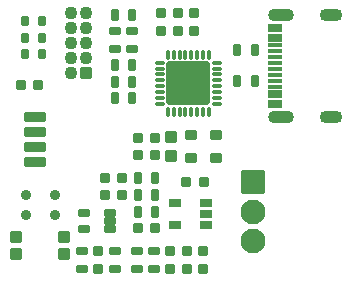
<source format=gts>
G04*
G04 #@! TF.GenerationSoftware,Altium Limited,Altium Designer,21.6.4 (81)*
G04*
G04 Layer_Color=8388736*
%FSLAX44Y44*%
%MOMM*%
G71*
G04*
G04 #@! TF.SameCoordinates,1A298312-32F8-40E2-ABFB-EEC58CCF35F7*
G04*
G04*
G04 #@! TF.FilePolarity,Negative*
G04*
G01*
G75*
G04:AMPARAMS|DCode=29|XSize=0.9mm|YSize=1.9mm|CornerRadius=0.15mm|HoleSize=0mm|Usage=FLASHONLY|Rotation=90.000|XOffset=0mm|YOffset=0mm|HoleType=Round|Shape=RoundedRectangle|*
%AMROUNDEDRECTD29*
21,1,0.9000,1.6000,0,0,90.0*
21,1,0.6000,1.9000,0,0,90.0*
1,1,0.3000,0.8000,0.3000*
1,1,0.3000,0.8000,-0.3000*
1,1,0.3000,-0.8000,-0.3000*
1,1,0.3000,-0.8000,0.3000*
%
%ADD29ROUNDEDRECTD29*%
G04:AMPARAMS|DCode=30|XSize=0.7mm|YSize=1mm|CornerRadius=0.125mm|HoleSize=0mm|Usage=FLASHONLY|Rotation=90.000|XOffset=0mm|YOffset=0mm|HoleType=Round|Shape=RoundedRectangle|*
%AMROUNDEDRECTD30*
21,1,0.7000,0.7500,0,0,90.0*
21,1,0.4500,1.0000,0,0,90.0*
1,1,0.2500,0.3750,0.2250*
1,1,0.2500,0.3750,-0.2250*
1,1,0.2500,-0.3750,-0.2250*
1,1,0.2500,-0.3750,0.2250*
%
%ADD30ROUNDEDRECTD30*%
G04:AMPARAMS|DCode=31|XSize=0.9mm|YSize=0.9mm|CornerRadius=0.15mm|HoleSize=0mm|Usage=FLASHONLY|Rotation=270.000|XOffset=0mm|YOffset=0mm|HoleType=Round|Shape=RoundedRectangle|*
%AMROUNDEDRECTD31*
21,1,0.9000,0.6000,0,0,270.0*
21,1,0.6000,0.9000,0,0,270.0*
1,1,0.3000,-0.3000,-0.3000*
1,1,0.3000,-0.3000,0.3000*
1,1,0.3000,0.3000,0.3000*
1,1,0.3000,0.3000,-0.3000*
%
%ADD31ROUNDEDRECTD31*%
G04:AMPARAMS|DCode=32|XSize=1.09mm|YSize=0.98mm|CornerRadius=0.16mm|HoleSize=0mm|Usage=FLASHONLY|Rotation=180.000|XOffset=0mm|YOffset=0mm|HoleType=Round|Shape=RoundedRectangle|*
%AMROUNDEDRECTD32*
21,1,1.0900,0.6600,0,0,180.0*
21,1,0.7700,0.9800,0,0,180.0*
1,1,0.3200,-0.3850,0.3300*
1,1,0.3200,0.3850,0.3300*
1,1,0.3200,0.3850,-0.3300*
1,1,0.3200,-0.3850,-0.3300*
%
%ADD32ROUNDEDRECTD32*%
G04:AMPARAMS|DCode=33|XSize=0.7mm|YSize=1mm|CornerRadius=0.125mm|HoleSize=0mm|Usage=FLASHONLY|Rotation=0.000|XOffset=0mm|YOffset=0mm|HoleType=Round|Shape=RoundedRectangle|*
%AMROUNDEDRECTD33*
21,1,0.7000,0.7500,0,0,0.0*
21,1,0.4500,1.0000,0,0,0.0*
1,1,0.2500,0.2250,-0.3750*
1,1,0.2500,-0.2250,-0.3750*
1,1,0.2500,-0.2250,0.3750*
1,1,0.2500,0.2250,0.3750*
%
%ADD33ROUNDEDRECTD33*%
G04:AMPARAMS|DCode=34|XSize=0.4mm|YSize=1.25mm|CornerRadius=0.0875mm|HoleSize=0mm|Usage=FLASHONLY|Rotation=90.000|XOffset=0mm|YOffset=0mm|HoleType=Round|Shape=RoundedRectangle|*
%AMROUNDEDRECTD34*
21,1,0.4000,1.0750,0,0,90.0*
21,1,0.2250,1.2500,0,0,90.0*
1,1,0.1750,0.5375,0.1125*
1,1,0.1750,0.5375,-0.1125*
1,1,0.1750,-0.5375,-0.1125*
1,1,0.1750,-0.5375,0.1125*
%
%ADD34ROUNDEDRECTD34*%
G04:AMPARAMS|DCode=35|XSize=0.7mm|YSize=1.25mm|CornerRadius=0.125mm|HoleSize=0mm|Usage=FLASHONLY|Rotation=270.000|XOffset=0mm|YOffset=0mm|HoleType=Round|Shape=RoundedRectangle|*
%AMROUNDEDRECTD35*
21,1,0.7000,1.0000,0,0,270.0*
21,1,0.4500,1.2500,0,0,270.0*
1,1,0.2500,-0.5000,-0.2250*
1,1,0.2500,-0.5000,0.2250*
1,1,0.2500,0.5000,0.2250*
1,1,0.2500,0.5000,-0.2250*
%
%ADD35ROUNDEDRECTD35*%
%ADD36C,0.9000*%
G04:AMPARAMS|DCode=37|XSize=0.6mm|YSize=1mm|CornerRadius=0.1125mm|HoleSize=0mm|Usage=FLASHONLY|Rotation=270.000|XOffset=0mm|YOffset=0mm|HoleType=Round|Shape=RoundedRectangle|*
%AMROUNDEDRECTD37*
21,1,0.6000,0.7750,0,0,270.0*
21,1,0.3750,1.0000,0,0,270.0*
1,1,0.2250,-0.3875,-0.1875*
1,1,0.2250,-0.3875,0.1875*
1,1,0.2250,0.3875,0.1875*
1,1,0.2250,0.3875,-0.1875*
%
%ADD37ROUNDEDRECTD37*%
G04:AMPARAMS|DCode=38|XSize=0.7mm|YSize=1.1mm|CornerRadius=0.125mm|HoleSize=0mm|Usage=FLASHONLY|Rotation=270.000|XOffset=0mm|YOffset=0mm|HoleType=Round|Shape=RoundedRectangle|*
%AMROUNDEDRECTD38*
21,1,0.7000,0.8500,0,0,270.0*
21,1,0.4500,1.1000,0,0,270.0*
1,1,0.2500,-0.4250,-0.2250*
1,1,0.2500,-0.4250,0.2250*
1,1,0.2500,0.4250,0.2250*
1,1,0.2500,0.4250,-0.2250*
%
%ADD38ROUNDEDRECTD38*%
G04:AMPARAMS|DCode=39|XSize=1mm|YSize=1.1mm|CornerRadius=0.1625mm|HoleSize=0mm|Usage=FLASHONLY|Rotation=180.000|XOffset=0mm|YOffset=0mm|HoleType=Round|Shape=RoundedRectangle|*
%AMROUNDEDRECTD39*
21,1,1.0000,0.7750,0,0,180.0*
21,1,0.6750,1.1000,0,0,180.0*
1,1,0.3250,-0.3375,0.3875*
1,1,0.3250,0.3375,0.3875*
1,1,0.3250,0.3375,-0.3875*
1,1,0.3250,-0.3375,-0.3875*
%
%ADD39ROUNDEDRECTD39*%
G04:AMPARAMS|DCode=40|XSize=0.9mm|YSize=0.9mm|CornerRadius=0.15mm|HoleSize=0mm|Usage=FLASHONLY|Rotation=180.000|XOffset=0mm|YOffset=0mm|HoleType=Round|Shape=RoundedRectangle|*
%AMROUNDEDRECTD40*
21,1,0.9000,0.6000,0,0,180.0*
21,1,0.6000,0.9000,0,0,180.0*
1,1,0.3000,-0.3000,0.3000*
1,1,0.3000,0.3000,0.3000*
1,1,0.3000,0.3000,-0.3000*
1,1,0.3000,-0.3000,-0.3000*
%
%ADD40ROUNDEDRECTD40*%
G04:AMPARAMS|DCode=41|XSize=3.7mm|YSize=3.7mm|CornerRadius=0.23mm|HoleSize=0mm|Usage=FLASHONLY|Rotation=0.000|XOffset=0mm|YOffset=0mm|HoleType=Round|Shape=RoundedRectangle|*
%AMROUNDEDRECTD41*
21,1,3.7000,3.2400,0,0,0.0*
21,1,3.2400,3.7000,0,0,0.0*
1,1,0.4600,1.6200,-1.6200*
1,1,0.4600,-1.6200,-1.6200*
1,1,0.4600,-1.6200,1.6200*
1,1,0.4600,1.6200,1.6200*
%
%ADD41ROUNDEDRECTD41*%
%ADD42O,0.3500X0.9500*%
%ADD43O,0.9500X0.3500*%
G04:AMPARAMS|DCode=44|XSize=0.85mm|YSize=1mm|CornerRadius=0.1438mm|HoleSize=0mm|Usage=FLASHONLY|Rotation=90.000|XOffset=0mm|YOffset=0mm|HoleType=Round|Shape=RoundedRectangle|*
%AMROUNDEDRECTD44*
21,1,0.8500,0.7125,0,0,90.0*
21,1,0.5625,1.0000,0,0,90.0*
1,1,0.2875,0.3563,0.2813*
1,1,0.2875,0.3563,-0.2813*
1,1,0.2875,-0.3563,-0.2813*
1,1,0.2875,-0.3563,0.2813*
%
%ADD44ROUNDEDRECTD44*%
G04:AMPARAMS|DCode=45|XSize=0.7mm|YSize=0.9mm|CornerRadius=0.125mm|HoleSize=0mm|Usage=FLASHONLY|Rotation=180.000|XOffset=0mm|YOffset=0mm|HoleType=Round|Shape=RoundedRectangle|*
%AMROUNDEDRECTD45*
21,1,0.7000,0.6500,0,0,180.0*
21,1,0.4500,0.9000,0,0,180.0*
1,1,0.2500,-0.2250,0.3250*
1,1,0.2500,0.2250,0.3250*
1,1,0.2500,0.2250,-0.3250*
1,1,0.2500,-0.2250,-0.3250*
%
%ADD45ROUNDEDRECTD45*%
%ADD46C,0.1000*%
%ADD47O,2.2000X1.1000*%
%ADD48O,1.9000X1.1000*%
%ADD49C,2.1000*%
G04:AMPARAMS|DCode=50|XSize=2.1mm|YSize=2.1mm|CornerRadius=0.3mm|HoleSize=0mm|Usage=FLASHONLY|Rotation=270.000|XOffset=0mm|YOffset=0mm|HoleType=Round|Shape=RoundedRectangle|*
%AMROUNDEDRECTD50*
21,1,2.1000,1.5000,0,0,270.0*
21,1,1.5000,2.1000,0,0,270.0*
1,1,0.6000,-0.7500,-0.7500*
1,1,0.6000,-0.7500,0.7500*
1,1,0.6000,0.7500,0.7500*
1,1,0.6000,0.7500,-0.7500*
%
%ADD50ROUNDEDRECTD50*%
%ADD51C,1.1000*%
G04:AMPARAMS|DCode=52|XSize=1.1mm|YSize=1.1mm|CornerRadius=0.175mm|HoleSize=0mm|Usage=FLASHONLY|Rotation=180.000|XOffset=0mm|YOffset=0mm|HoleType=Round|Shape=RoundedRectangle|*
%AMROUNDEDRECTD52*
21,1,1.1000,0.7500,0,0,180.0*
21,1,0.7500,1.1000,0,0,180.0*
1,1,0.3500,-0.3750,0.3750*
1,1,0.3500,0.3750,0.3750*
1,1,0.3500,0.3750,-0.3750*
1,1,0.3500,-0.3750,-0.3750*
%
%ADD52ROUNDEDRECTD52*%
%ADD53C,0.7000*%
D29*
X198730Y100950D02*
D03*
Y113650D02*
D03*
Y126350D02*
D03*
Y139050D02*
D03*
D30*
X266500Y211500D02*
D03*
Y196500D02*
D03*
X280500D02*
D03*
Y211500D02*
D03*
X299000Y10500D02*
D03*
Y25500D02*
D03*
X285000D02*
D03*
Y10500D02*
D03*
X266000Y10500D02*
D03*
Y25500D02*
D03*
X238000Y10500D02*
D03*
Y25500D02*
D03*
D31*
X333500Y227000D02*
D03*
Y212000D02*
D03*
X319500Y227000D02*
D03*
Y212000D02*
D03*
X305500Y227000D02*
D03*
Y212000D02*
D03*
X300000Y106485D02*
D03*
Y121485D02*
D03*
X286000Y106500D02*
D03*
Y121500D02*
D03*
X341234Y10500D02*
D03*
Y25500D02*
D03*
X327000Y10500D02*
D03*
Y25500D02*
D03*
X313000Y25500D02*
D03*
Y10500D02*
D03*
X252000Y25500D02*
D03*
Y10500D02*
D03*
D32*
X314000Y105835D02*
D03*
Y122135D02*
D03*
D33*
X369916Y195322D02*
D03*
X384916D02*
D03*
X281000Y183000D02*
D03*
X266000D02*
D03*
X285500Y87000D02*
D03*
X300500D02*
D03*
X384916Y169789D02*
D03*
X369916D02*
D03*
X266000Y225000D02*
D03*
X281000D02*
D03*
X300500Y59000D02*
D03*
X285500Y59000D02*
D03*
X285500Y73000D02*
D03*
X300500D02*
D03*
X266000Y155000D02*
D03*
X281000D02*
D03*
X266000Y169000D02*
D03*
X281000D02*
D03*
D34*
X401450Y179700D02*
D03*
Y174700D02*
D03*
Y169700D02*
D03*
Y164700D02*
D03*
Y199700D02*
D03*
Y194700D02*
D03*
Y189700D02*
D03*
Y184700D02*
D03*
D35*
Y214200D02*
D03*
Y206200D02*
D03*
Y158200D02*
D03*
Y150200D02*
D03*
D36*
X215300Y56000D02*
D03*
X215300Y73000D02*
D03*
X190700Y56000D02*
D03*
X190700Y73000D02*
D03*
D37*
X262250Y44500D02*
D03*
Y51000D02*
D03*
Y57500D02*
D03*
X239750D02*
D03*
Y44500D02*
D03*
D38*
X343499Y47500D02*
D03*
Y57000D02*
D03*
Y66500D02*
D03*
X317299D02*
D03*
Y47500D02*
D03*
D39*
X182500Y37750D02*
D03*
Y23250D02*
D03*
X223500Y37750D02*
D03*
Y23250D02*
D03*
D40*
X201500Y166000D02*
D03*
X186500D02*
D03*
X300500Y45000D02*
D03*
X285500D02*
D03*
X272500Y87000D02*
D03*
X257500D02*
D03*
Y73000D02*
D03*
X272500D02*
D03*
X341734Y84000D02*
D03*
X326734D02*
D03*
D41*
X328500Y167500D02*
D03*
D42*
X311000Y191500D02*
D03*
X316000D02*
D03*
X321000D02*
D03*
X326000D02*
D03*
X331000D02*
D03*
X336000D02*
D03*
X341000D02*
D03*
X346000D02*
D03*
Y143500D02*
D03*
X341000D02*
D03*
X336000D02*
D03*
X331000D02*
D03*
X326000D02*
D03*
X321000D02*
D03*
X316000D02*
D03*
X311000D02*
D03*
D43*
X352500Y185000D02*
D03*
Y180000D02*
D03*
Y175000D02*
D03*
Y170000D02*
D03*
Y165000D02*
D03*
Y160000D02*
D03*
Y155000D02*
D03*
Y150000D02*
D03*
X304500D02*
D03*
Y155000D02*
D03*
Y160000D02*
D03*
Y165000D02*
D03*
Y170000D02*
D03*
Y175000D02*
D03*
Y180000D02*
D03*
Y185000D02*
D03*
D44*
X330500Y123500D02*
D03*
Y104500D02*
D03*
X351500Y123500D02*
D03*
Y104500D02*
D03*
D45*
X189750Y192192D02*
D03*
X204250D02*
D03*
X189750Y220000D02*
D03*
X204250D02*
D03*
X189750Y206132D02*
D03*
X204250D02*
D03*
D46*
X412200Y153300D02*
D03*
Y211100D02*
D03*
D47*
X407200Y225400D02*
D03*
Y139000D02*
D03*
D48*
X449000Y225400D02*
D03*
Y139000D02*
D03*
D49*
X383000Y34000D02*
D03*
Y59000D02*
D03*
D50*
X383000Y84000D02*
D03*
D51*
X242000Y227415D02*
D03*
X229300D02*
D03*
X242000Y214715D02*
D03*
X229300D02*
D03*
X242000Y202015D02*
D03*
X229300D02*
D03*
X242000Y189315D02*
D03*
X229300D02*
D03*
Y176615D02*
D03*
D52*
X242000D02*
D03*
D53*
X339500Y156500D02*
D03*
X328500D02*
D03*
X317500D02*
D03*
X339500Y167500D02*
D03*
X317500D02*
D03*
X339500Y178500D02*
D03*
X328500D02*
D03*
X317500D02*
D03*
X328500Y167500D02*
D03*
M02*

</source>
